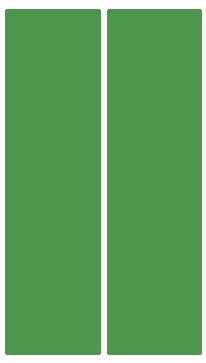
<source format=gbr>
G04 #@! TF.FileFunction,Copper,L1,Top,Signal*
%FSLAX46Y46*%
G04 Gerber Fmt 4.6, Leading zero omitted, Abs format (unit mm)*
G04 Created by KiCad (PCBNEW 4.0.4-stable) date 12/11/17 19:52:28*
%MOMM*%
%LPD*%
G01*
G04 APERTURE LIST*
%ADD10C,0.100000*%
%ADD11O,2.000000X3.000000*%
%ADD12R,3.000000X3.000000*%
%ADD13C,3.200000*%
%ADD14C,0.500000*%
%ADD15C,0.250000*%
%ADD16C,0.254000*%
G04 APERTURE END LIST*
D10*
D11*
X143570000Y-88900000D03*
X151070000Y-88900000D03*
D12*
X149860000Y-110490000D03*
D13*
X144780000Y-110490000D03*
D14*
X139700000Y-110490000D03*
X139700000Y-113030000D03*
X139700000Y-107950000D03*
X139700000Y-105410000D03*
X139700000Y-102870000D03*
X139700000Y-100330000D03*
X139700000Y-97790000D03*
X139700000Y-95250000D03*
X139700000Y-92710000D03*
X139700000Y-90170000D03*
X139700000Y-87630000D03*
X139700000Y-85090000D03*
X142240000Y-85090000D03*
X144780000Y-85090000D03*
X142240000Y-113030000D03*
X144780000Y-113030000D03*
X144780000Y-92710000D03*
X144780000Y-95250000D03*
X144780000Y-97790000D03*
X144780000Y-100330000D03*
X144780000Y-102870000D03*
X144780000Y-105410000D03*
X144780000Y-107950000D03*
X142240000Y-107950000D03*
X142240000Y-105410000D03*
X142240000Y-102870000D03*
X142240000Y-100330000D03*
X142240000Y-97790000D03*
X142240000Y-95250000D03*
X142240000Y-92710000D03*
X142240000Y-110490000D03*
X149860000Y-100330000D03*
X149860000Y-102870000D03*
X149860000Y-105410000D03*
X149860000Y-107950000D03*
X152400000Y-107950000D03*
X152400000Y-107950000D03*
X154940000Y-107950000D03*
X154940000Y-110490000D03*
X152400000Y-110490000D03*
X152400000Y-113030000D03*
X154940000Y-113030000D03*
X149860000Y-113030000D03*
X152400000Y-105410000D03*
X154940000Y-105410000D03*
X154940000Y-102870000D03*
X152400000Y-102870000D03*
X152400000Y-100330000D03*
X154940000Y-100330000D03*
X154940000Y-97790000D03*
X152400000Y-97790000D03*
X149860000Y-97790000D03*
X149860000Y-95250000D03*
X152400000Y-95250000D03*
X154940000Y-95250000D03*
X154940000Y-92710000D03*
X152400000Y-92710000D03*
X149860000Y-92710000D03*
X154940000Y-90170000D03*
X154940000Y-87630000D03*
X154940000Y-85090000D03*
X152400000Y-85090000D03*
X149860000Y-85090000D03*
D15*
X151070000Y-109280000D02*
X149860000Y-110490000D01*
X151070000Y-109280000D02*
X149860000Y-110490000D01*
D16*
G36*
X155500000Y-113590000D02*
X147701000Y-113590000D01*
X147701000Y-84530000D01*
X155500000Y-84530000D01*
X155500000Y-113590000D01*
X155500000Y-113590000D01*
G37*
X155500000Y-113590000D02*
X147701000Y-113590000D01*
X147701000Y-84530000D01*
X155500000Y-84530000D01*
X155500000Y-113590000D01*
G36*
X146939000Y-113590000D02*
X139140000Y-113590000D01*
X139140000Y-84530000D01*
X146939000Y-84530000D01*
X146939000Y-113590000D01*
X146939000Y-113590000D01*
G37*
X146939000Y-113590000D02*
X139140000Y-113590000D01*
X139140000Y-84530000D01*
X146939000Y-84530000D01*
X146939000Y-113590000D01*
M02*

</source>
